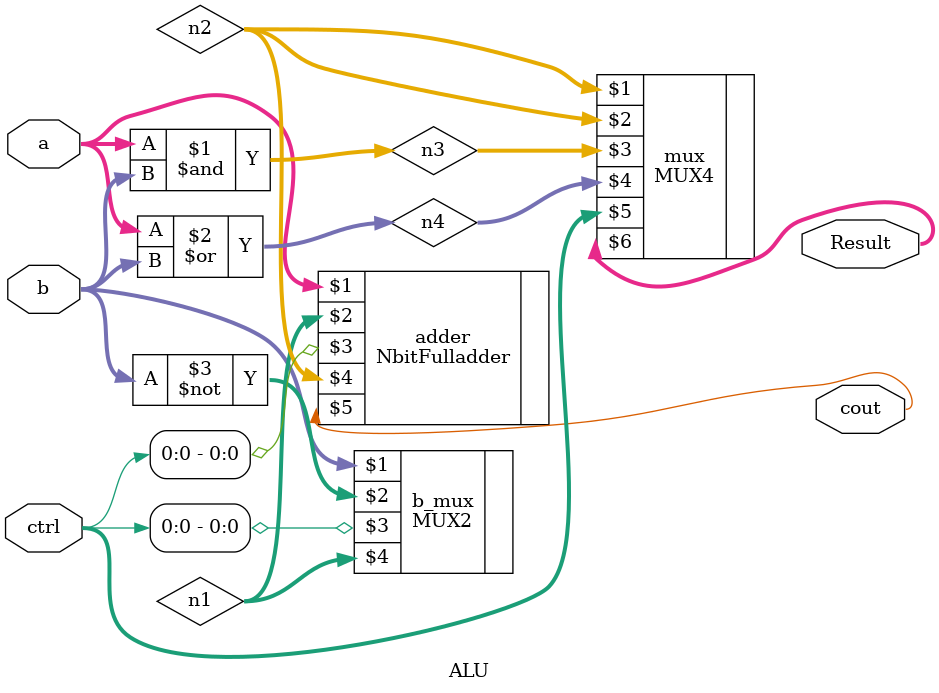
<source format=sv>
`timescale 1ns / 1ps


module ALU(
    input logic [7:0] a,b,
    input logic [1:0] ctrl,
    output logic cout,
    output [7:0] Result
    );
    
    logic [7:0] n3,n4;
    wire[7:0] n1,n2;
    
    assign n3 = a&b;
    assign n4 = a|b;
    
    MUX2 b_mux(b,~b,ctrl[0],n1);
    
    NbitFulladder adder(a,n1,ctrl[0],n2,cout);
   
    MUX4 mux (n2,n2,n3,n4,ctrl,Result);  
        
      
endmodule

</source>
